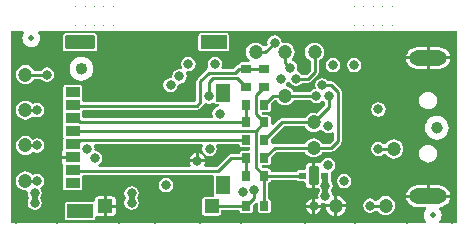
<source format=gbl>
%FSLAX24Y24*%
%MOIN*%
G70*
G01*
G75*
G04 Layer_Physical_Order=4*
G04 Layer_Color=65280*
%ADD10C,0.0060*%
%ADD11C,0.0197*%
G04:AMPARAMS|DCode=12|XSize=55.1mil|YSize=39.4mil|CornerRadius=3mil|HoleSize=0mil|Usage=FLASHONLY|Rotation=0.000|XOffset=0mil|YOffset=0mil|HoleType=Round|Shape=RoundedRectangle|*
%AMROUNDEDRECTD12*
21,1,0.0551,0.0335,0,0,0.0*
21,1,0.0492,0.0394,0,0,0.0*
1,1,0.0059,0.0246,-0.0167*
1,1,0.0059,-0.0246,-0.0167*
1,1,0.0059,-0.0246,0.0167*
1,1,0.0059,0.0246,0.0167*
%
%ADD12ROUNDEDRECTD12*%
G04:AMPARAMS|DCode=13|XSize=31.5mil|YSize=23.6mil|CornerRadius=1.2mil|HoleSize=0mil|Usage=FLASHONLY|Rotation=90.000|XOffset=0mil|YOffset=0mil|HoleType=Round|Shape=RoundedRectangle|*
%AMROUNDEDRECTD13*
21,1,0.0315,0.0213,0,0,90.0*
21,1,0.0291,0.0236,0,0,90.0*
1,1,0.0024,0.0106,0.0146*
1,1,0.0024,0.0106,-0.0146*
1,1,0.0024,-0.0106,-0.0146*
1,1,0.0024,-0.0106,0.0146*
%
%ADD13ROUNDEDRECTD13*%
G04:AMPARAMS|DCode=14|XSize=19.7mil|YSize=19.7mil|CornerRadius=1mil|HoleSize=0mil|Usage=FLASHONLY|Rotation=90.000|XOffset=0mil|YOffset=0mil|HoleType=Round|Shape=RoundedRectangle|*
%AMROUNDEDRECTD14*
21,1,0.0197,0.0177,0,0,90.0*
21,1,0.0177,0.0197,0,0,90.0*
1,1,0.0020,0.0089,0.0089*
1,1,0.0020,0.0089,-0.0089*
1,1,0.0020,-0.0089,-0.0089*
1,1,0.0020,-0.0089,0.0089*
%
%ADD14ROUNDEDRECTD14*%
G04:AMPARAMS|DCode=15|XSize=19.7mil|YSize=19.7mil|CornerRadius=1mil|HoleSize=0mil|Usage=FLASHONLY|Rotation=180.000|XOffset=0mil|YOffset=0mil|HoleType=Round|Shape=RoundedRectangle|*
%AMROUNDEDRECTD15*
21,1,0.0197,0.0177,0,0,180.0*
21,1,0.0177,0.0197,0,0,180.0*
1,1,0.0020,-0.0089,0.0089*
1,1,0.0020,0.0089,0.0089*
1,1,0.0020,0.0089,-0.0089*
1,1,0.0020,-0.0089,-0.0089*
%
%ADD15ROUNDEDRECTD15*%
G04:AMPARAMS|DCode=16|XSize=15.7mil|YSize=19.7mil|CornerRadius=0mil|HoleSize=0mil|Usage=FLASHONLY|Rotation=90.000|XOffset=0mil|YOffset=0mil|HoleType=Round|Shape=Octagon|*
%AMOCTAGOND16*
4,1,8,-0.0098,-0.0039,-0.0098,0.0039,-0.0059,0.0079,0.0059,0.0079,0.0098,0.0039,0.0098,-0.0039,0.0059,-0.0079,-0.0059,-0.0079,-0.0098,-0.0039,0.0*
%
%ADD16OCTAGOND16*%

G04:AMPARAMS|DCode=17|XSize=31.5mil|YSize=23.6mil|CornerRadius=1.2mil|HoleSize=0mil|Usage=FLASHONLY|Rotation=0.000|XOffset=0mil|YOffset=0mil|HoleType=Round|Shape=RoundedRectangle|*
%AMROUNDEDRECTD17*
21,1,0.0315,0.0213,0,0,0.0*
21,1,0.0291,0.0236,0,0,0.0*
1,1,0.0024,0.0146,-0.0106*
1,1,0.0024,-0.0146,-0.0106*
1,1,0.0024,-0.0146,0.0106*
1,1,0.0024,0.0146,0.0106*
%
%ADD17ROUNDEDRECTD17*%
G04:AMPARAMS|DCode=18|XSize=15.7mil|YSize=19.7mil|CornerRadius=0mil|HoleSize=0mil|Usage=FLASHONLY|Rotation=0.000|XOffset=0mil|YOffset=0mil|HoleType=Round|Shape=Octagon|*
%AMOCTAGOND18*
4,1,8,-0.0039,0.0098,0.0039,0.0098,0.0079,0.0059,0.0079,-0.0059,0.0039,-0.0098,-0.0039,-0.0098,-0.0079,-0.0059,-0.0079,0.0059,-0.0039,0.0098,0.0*
%
%ADD18OCTAGOND18*%

G04:AMPARAMS|DCode=19|XSize=13.8mil|YSize=33.5mil|CornerRadius=0.7mil|HoleSize=0mil|Usage=FLASHONLY|Rotation=270.000|XOffset=0mil|YOffset=0mil|HoleType=Round|Shape=RoundedRectangle|*
%AMROUNDEDRECTD19*
21,1,0.0138,0.0321,0,0,270.0*
21,1,0.0124,0.0335,0,0,270.0*
1,1,0.0014,-0.0160,-0.0062*
1,1,0.0014,-0.0160,0.0062*
1,1,0.0014,0.0160,0.0062*
1,1,0.0014,0.0160,-0.0062*
%
%ADD19ROUNDEDRECTD19*%
G04:AMPARAMS|DCode=20|XSize=25.6mil|YSize=39.4mil|CornerRadius=2.6mil|HoleSize=0mil|Usage=FLASHONLY|Rotation=90.000|XOffset=0mil|YOffset=0mil|HoleType=Round|Shape=RoundedRectangle|*
%AMROUNDEDRECTD20*
21,1,0.0256,0.0343,0,0,90.0*
21,1,0.0205,0.0394,0,0,90.0*
1,1,0.0051,0.0171,0.0102*
1,1,0.0051,0.0171,-0.0102*
1,1,0.0051,-0.0171,-0.0102*
1,1,0.0051,-0.0171,0.0102*
%
%ADD20ROUNDEDRECTD20*%
G04:AMPARAMS|DCode=21|XSize=196.9mil|YSize=196.9mil|CornerRadius=9.8mil|HoleSize=0mil|Usage=FLASHONLY|Rotation=90.000|XOffset=0mil|YOffset=0mil|HoleType=Round|Shape=RoundedRectangle|*
%AMROUNDEDRECTD21*
21,1,0.1969,0.1772,0,0,90.0*
21,1,0.1772,0.1969,0,0,90.0*
1,1,0.0197,0.0886,0.0886*
1,1,0.0197,0.0886,-0.0886*
1,1,0.0197,-0.0886,-0.0886*
1,1,0.0197,-0.0886,0.0886*
%
%ADD21ROUNDEDRECTD21*%
G04:AMPARAMS|DCode=22|XSize=47.2mil|YSize=11.8mil|CornerRadius=5.9mil|HoleSize=0mil|Usage=FLASHONLY|Rotation=90.000|XOffset=0mil|YOffset=0mil|HoleType=Round|Shape=RoundedRectangle|*
%AMROUNDEDRECTD22*
21,1,0.0472,0.0000,0,0,90.0*
21,1,0.0354,0.0118,0,0,90.0*
1,1,0.0118,0.0000,0.0177*
1,1,0.0118,0.0000,-0.0177*
1,1,0.0118,0.0000,-0.0177*
1,1,0.0118,0.0000,0.0177*
%
%ADD22ROUNDEDRECTD22*%
G04:AMPARAMS|DCode=23|XSize=47.2mil|YSize=11.8mil|CornerRadius=5.9mil|HoleSize=0mil|Usage=FLASHONLY|Rotation=0.000|XOffset=0mil|YOffset=0mil|HoleType=Round|Shape=RoundedRectangle|*
%AMROUNDEDRECTD23*
21,1,0.0472,0.0000,0,0,0.0*
21,1,0.0354,0.0118,0,0,0.0*
1,1,0.0118,0.0177,0.0000*
1,1,0.0118,-0.0177,0.0000*
1,1,0.0118,-0.0177,0.0000*
1,1,0.0118,0.0177,0.0000*
%
%ADD23ROUNDEDRECTD23*%
G04:AMPARAMS|DCode=24|XSize=39mil|YSize=11.8mil|CornerRadius=0.9mil|HoleSize=0mil|Usage=FLASHONLY|Rotation=180.000|XOffset=0mil|YOffset=0mil|HoleType=Round|Shape=RoundedRectangle|*
%AMROUNDEDRECTD24*
21,1,0.0390,0.0100,0,0,180.0*
21,1,0.0372,0.0118,0,0,180.0*
1,1,0.0018,-0.0186,0.0050*
1,1,0.0018,0.0186,0.0050*
1,1,0.0018,0.0186,-0.0050*
1,1,0.0018,-0.0186,-0.0050*
%
%ADD24ROUNDEDRECTD24*%
G04:AMPARAMS|DCode=25|XSize=31.5mil|YSize=29.5mil|CornerRadius=3mil|HoleSize=0mil|Usage=FLASHONLY|Rotation=180.000|XOffset=0mil|YOffset=0mil|HoleType=Round|Shape=RoundedRectangle|*
%AMROUNDEDRECTD25*
21,1,0.0315,0.0236,0,0,180.0*
21,1,0.0256,0.0295,0,0,180.0*
1,1,0.0059,-0.0128,0.0118*
1,1,0.0059,0.0128,0.0118*
1,1,0.0059,0.0128,-0.0118*
1,1,0.0059,-0.0128,-0.0118*
%
%ADD25ROUNDEDRECTD25*%
G04:AMPARAMS|DCode=26|XSize=31.5mil|YSize=29.5mil|CornerRadius=3mil|HoleSize=0mil|Usage=FLASHONLY|Rotation=270.000|XOffset=0mil|YOffset=0mil|HoleType=Round|Shape=RoundedRectangle|*
%AMROUNDEDRECTD26*
21,1,0.0315,0.0236,0,0,270.0*
21,1,0.0256,0.0295,0,0,270.0*
1,1,0.0059,-0.0118,-0.0128*
1,1,0.0059,-0.0118,0.0128*
1,1,0.0059,0.0118,0.0128*
1,1,0.0059,0.0118,-0.0128*
%
%ADD26ROUNDEDRECTD26*%
G04:AMPARAMS|DCode=27|XSize=31.5mil|YSize=31.5mil|CornerRadius=3.2mil|HoleSize=0mil|Usage=FLASHONLY|Rotation=180.000|XOffset=0mil|YOffset=0mil|HoleType=Round|Shape=RoundedRectangle|*
%AMROUNDEDRECTD27*
21,1,0.0315,0.0252,0,0,180.0*
21,1,0.0252,0.0315,0,0,180.0*
1,1,0.0063,-0.0126,0.0126*
1,1,0.0063,0.0126,0.0126*
1,1,0.0063,0.0126,-0.0126*
1,1,0.0063,-0.0126,-0.0126*
%
%ADD27ROUNDEDRECTD27*%
G04:AMPARAMS|DCode=28|XSize=31.5mil|YSize=31.5mil|CornerRadius=3.2mil|HoleSize=0mil|Usage=FLASHONLY|Rotation=90.000|XOffset=0mil|YOffset=0mil|HoleType=Round|Shape=RoundedRectangle|*
%AMROUNDEDRECTD28*
21,1,0.0315,0.0252,0,0,90.0*
21,1,0.0252,0.0315,0,0,90.0*
1,1,0.0063,0.0126,0.0126*
1,1,0.0063,0.0126,-0.0126*
1,1,0.0063,-0.0126,-0.0126*
1,1,0.0063,-0.0126,0.0126*
%
%ADD28ROUNDEDRECTD28*%
G04:AMPARAMS|DCode=29|XSize=47.2mil|YSize=78.7mil|CornerRadius=3.5mil|HoleSize=0mil|Usage=FLASHONLY|Rotation=90.000|XOffset=0mil|YOffset=0mil|HoleType=Round|Shape=RoundedRectangle|*
%AMROUNDEDRECTD29*
21,1,0.0472,0.0717,0,0,90.0*
21,1,0.0402,0.0787,0,0,90.0*
1,1,0.0071,0.0358,0.0201*
1,1,0.0071,0.0358,-0.0201*
1,1,0.0071,-0.0358,-0.0201*
1,1,0.0071,-0.0358,0.0201*
%
%ADD29ROUNDEDRECTD29*%
G04:AMPARAMS|DCode=30|XSize=47.2mil|YSize=78.7mil|CornerRadius=0mil|HoleSize=0mil|Usage=FLASHONLY|Rotation=90.000|XOffset=0mil|YOffset=0mil|HoleType=Round|Shape=RoundedRectangle|*
%AMROUNDEDRECTD30*
21,1,0.0472,0.0787,0,0,90.0*
21,1,0.0472,0.0787,0,0,90.0*
1,1,0.0000,0.0394,0.0236*
1,1,0.0000,0.0394,-0.0236*
1,1,0.0000,-0.0394,-0.0236*
1,1,0.0000,-0.0394,0.0236*
%
%ADD30ROUNDEDRECTD30*%
G04:AMPARAMS|DCode=31|XSize=39.4mil|YSize=59.1mil|CornerRadius=3mil|HoleSize=0mil|Usage=FLASHONLY|Rotation=0.000|XOffset=0mil|YOffset=0mil|HoleType=Round|Shape=RoundedRectangle|*
%AMROUNDEDRECTD31*
21,1,0.0394,0.0532,0,0,0.0*
21,1,0.0335,0.0591,0,0,0.0*
1,1,0.0059,0.0167,-0.0266*
1,1,0.0059,-0.0167,-0.0266*
1,1,0.0059,-0.0167,0.0266*
1,1,0.0059,0.0167,0.0266*
%
%ADD31ROUNDEDRECTD31*%
%ADD32C,0.0080*%
%ADD33C,0.0100*%
G04:AMPARAMS|DCode=34|XSize=3.9mil|YSize=3.9mil|CornerRadius=0.3mil|HoleSize=0mil|Usage=FLASHONLY|Rotation=0.000|XOffset=0mil|YOffset=0mil|HoleType=Round|Shape=RoundedRectangle|*
%AMROUNDEDRECTD34*
21,1,0.0039,0.0033,0,0,0.0*
21,1,0.0033,0.0039,0,0,0.0*
1,1,0.0006,0.0017,-0.0017*
1,1,0.0006,-0.0017,-0.0017*
1,1,0.0006,-0.0017,0.0017*
1,1,0.0006,0.0017,0.0017*
%
%ADD34ROUNDEDRECTD34*%
%ADD35C,0.0197*%
%ADD36C,0.0315*%
%ADD37C,0.0039*%
%ADD38O,0.1260X0.0512*%
%ADD39C,0.0472*%
G04:AMPARAMS|DCode=40|XSize=45.3mil|YSize=86.6mil|CornerRadius=1.1mil|HoleSize=0mil|Usage=FLASHONLY|Rotation=270.000|XOffset=0mil|YOffset=0mil|HoleType=Round|Shape=RoundedRectangle|*
%AMROUNDEDRECTD40*
21,1,0.0453,0.0843,0,0,270.0*
21,1,0.0430,0.0866,0,0,270.0*
1,1,0.0023,-0.0422,-0.0215*
1,1,0.0023,-0.0422,0.0215*
1,1,0.0023,0.0422,0.0215*
1,1,0.0023,0.0422,-0.0215*
%
%ADD40ROUNDEDRECTD40*%
G04:AMPARAMS|DCode=41|XSize=45.3mil|YSize=98.4mil|CornerRadius=1.1mil|HoleSize=0mil|Usage=FLASHONLY|Rotation=270.000|XOffset=0mil|YOffset=0mil|HoleType=Round|Shape=RoundedRectangle|*
%AMROUNDEDRECTD41*
21,1,0.0453,0.0962,0,0,270.0*
21,1,0.0430,0.0984,0,0,270.0*
1,1,0.0023,-0.0481,-0.0215*
1,1,0.0023,-0.0481,0.0215*
1,1,0.0023,0.0481,0.0215*
1,1,0.0023,0.0481,-0.0215*
%
%ADD41ROUNDEDRECTD41*%
G04:AMPARAMS|DCode=42|XSize=31.5mil|YSize=48.8mil|CornerRadius=0.8mil|HoleSize=0mil|Usage=FLASHONLY|Rotation=270.000|XOffset=0mil|YOffset=0mil|HoleType=Round|Shape=RoundedRectangle|*
%AMROUNDEDRECTD42*
21,1,0.0315,0.0472,0,0,270.0*
21,1,0.0299,0.0488,0,0,270.0*
1,1,0.0016,-0.0236,-0.0150*
1,1,0.0016,-0.0236,0.0150*
1,1,0.0016,0.0236,0.0150*
1,1,0.0016,0.0236,-0.0150*
%
%ADD42ROUNDEDRECTD42*%
G04:AMPARAMS|DCode=43|XSize=59.1mil|YSize=45.3mil|CornerRadius=1.1mil|HoleSize=0mil|Usage=FLASHONLY|Rotation=270.000|XOffset=0mil|YOffset=0mil|HoleType=Round|Shape=RoundedRectangle|*
%AMROUNDEDRECTD43*
21,1,0.0591,0.0430,0,0,270.0*
21,1,0.0568,0.0453,0,0,270.0*
1,1,0.0023,-0.0215,-0.0284*
1,1,0.0023,-0.0215,0.0284*
1,1,0.0023,0.0215,0.0284*
1,1,0.0023,0.0215,-0.0284*
%
%ADD43ROUNDEDRECTD43*%
G04:AMPARAMS|DCode=44|XSize=45.7mil|YSize=47.2mil|CornerRadius=1.1mil|HoleSize=0mil|Usage=FLASHONLY|Rotation=270.000|XOffset=0mil|YOffset=0mil|HoleType=Round|Shape=RoundedRectangle|*
%AMROUNDEDRECTD44*
21,1,0.0457,0.0450,0,0,270.0*
21,1,0.0434,0.0472,0,0,270.0*
1,1,0.0023,-0.0225,-0.0217*
1,1,0.0023,-0.0225,0.0217*
1,1,0.0023,0.0225,0.0217*
1,1,0.0023,0.0225,-0.0217*
%
%ADD44ROUNDEDRECTD44*%
G36*
X14980Y120D02*
X14417D01*
X14396Y160D01*
X14389Y190D01*
X14431Y245D01*
X14461Y317D01*
X14471Y394D01*
X14461Y471D01*
X14431Y543D01*
X14389Y598D01*
X14389Y617D01*
X14412Y671D01*
X14483Y680D01*
X14569Y716D01*
X14644Y773D01*
X14701Y847D01*
X14737Y934D01*
X14742Y977D01*
X13289D01*
X13295Y934D01*
X13331Y847D01*
X13388Y773D01*
X13462Y716D01*
X13549Y680D01*
X13642Y668D01*
X13931D01*
X13952Y625D01*
X13958Y598D01*
X13915Y543D01*
X13886Y471D01*
X13875Y394D01*
X13886Y317D01*
X13915Y245D01*
X13957Y190D01*
X13950Y160D01*
X13929Y120D01*
X120D01*
Y6540D01*
X511D01*
X546Y6470D01*
X529Y6448D01*
X500Y6376D01*
X490Y6299D01*
X500Y6222D01*
X529Y6150D01*
X577Y6089D01*
X638Y6041D01*
X710Y6012D01*
X787Y6001D01*
X864Y6012D01*
X936Y6041D01*
X998Y6089D01*
X1045Y6150D01*
X1075Y6222D01*
X1085Y6299D01*
X1075Y6376D01*
X1045Y6448D01*
X1029Y6470D01*
X1063Y6540D01*
X14980D01*
Y120D01*
D02*
G37*
%LPC*%
G36*
X13966Y1386D02*
X13642D01*
X13549Y1374D01*
X13462Y1338D01*
X13388Y1281D01*
X13331Y1206D01*
X13295Y1120D01*
X13289Y1077D01*
X13966D01*
Y1386D01*
D02*
G37*
G36*
X14390D02*
X14066D01*
Y1077D01*
X14742D01*
X14737Y1120D01*
X14701Y1206D01*
X14644Y1281D01*
X14569Y1338D01*
X14483Y1374D01*
X14390Y1386D01*
D02*
G37*
G36*
X3210Y1021D02*
X3035D01*
X2992Y1013D01*
X2955Y988D01*
X2930Y951D01*
X2921Y908D01*
Y883D01*
X2906Y868D01*
X2851Y837D01*
X2835Y840D01*
X1992D01*
X1956Y833D01*
X1927Y813D01*
X1907Y784D01*
X1900Y749D01*
Y318D01*
X1907Y283D01*
X1927Y253D01*
X1956Y234D01*
X1992Y227D01*
X2835D01*
X2870Y234D01*
X2900Y253D01*
X2920Y283D01*
X2927Y318D01*
Y328D01*
X2989Y367D01*
X2997Y368D01*
X3035Y360D01*
X3210D01*
Y691D01*
Y1021D01*
D02*
G37*
G36*
X12598Y1026D02*
X12516Y1016D01*
X12440Y984D01*
X12374Y933D01*
X12337Y885D01*
X12267Y877D01*
X12261Y878D01*
X12253Y881D01*
X12179Y931D01*
X12087Y950D01*
X11994Y931D01*
X11916Y879D01*
X11864Y801D01*
X11846Y709D01*
X11864Y616D01*
X11916Y538D01*
X11994Y486D01*
X12087Y468D01*
X12179Y486D01*
X12253Y536D01*
X12261Y539D01*
X12267Y540D01*
X12337Y532D01*
X12374Y484D01*
X12440Y434D01*
X12516Y402D01*
X12598Y391D01*
X12681Y402D01*
X12757Y434D01*
X12823Y484D01*
X12874Y550D01*
X12905Y626D01*
X12916Y709D01*
X12905Y791D01*
X12874Y868D01*
X12823Y933D01*
X12757Y984D01*
X12681Y1016D01*
X12598Y1026D01*
D02*
G37*
G36*
X5276Y1638D02*
X5183Y1620D01*
X5105Y1568D01*
X5053Y1490D01*
X5035Y1398D01*
X5053Y1305D01*
X5105Y1227D01*
X5183Y1175D01*
X5276Y1157D01*
X5368Y1175D01*
X5446Y1227D01*
X5498Y1305D01*
X5516Y1398D01*
X5498Y1490D01*
X5446Y1568D01*
X5368Y1620D01*
X5276Y1638D01*
D02*
G37*
G36*
X591Y3034D02*
X508Y3023D01*
X432Y2992D01*
X366Y2941D01*
X315Y2875D01*
X284Y2799D01*
X273Y2717D01*
X284Y2634D01*
X315Y2558D01*
X366Y2492D01*
X432Y2441D01*
X508Y2410D01*
X591Y2399D01*
X673Y2410D01*
X749Y2441D01*
X815Y2492D01*
X842Y2527D01*
X892Y2494D01*
X984Y2476D01*
X1076Y2494D01*
X1155Y2546D01*
X1207Y2624D01*
X1225Y2717D01*
X1207Y2809D01*
X1155Y2887D01*
X1076Y2939D01*
X984Y2957D01*
X892Y2939D01*
X842Y2906D01*
X815Y2941D01*
X749Y2992D01*
X673Y3023D01*
X591Y3034D01*
D02*
G37*
G36*
X12874Y2916D02*
X12792Y2905D01*
X12715Y2874D01*
X12649Y2823D01*
X12613Y2775D01*
X12543Y2767D01*
X12536Y2768D01*
X12529Y2771D01*
X12454Y2821D01*
X12362Y2839D01*
X12270Y2821D01*
X12192Y2769D01*
X12140Y2691D01*
X12121Y2598D01*
X12140Y2506D01*
X12192Y2428D01*
X12270Y2376D01*
X12362Y2358D01*
X12454Y2376D01*
X12529Y2426D01*
X12536Y2429D01*
X12543Y2430D01*
X12613Y2422D01*
X12649Y2374D01*
X12715Y2323D01*
X12792Y2292D01*
X12874Y2281D01*
X12956Y2292D01*
X13033Y2323D01*
X13099Y2374D01*
X13149Y2440D01*
X13181Y2516D01*
X13192Y2598D01*
X13181Y2681D01*
X13149Y2757D01*
X13099Y2823D01*
X13033Y2874D01*
X12956Y2905D01*
X12874Y2916D01*
D02*
G37*
G36*
X11220Y1776D02*
X11128Y1758D01*
X11050Y1706D01*
X10998Y1628D01*
X10980Y1535D01*
X10998Y1443D01*
X11050Y1365D01*
X11128Y1313D01*
X11220Y1295D01*
X11313Y1313D01*
X11391Y1365D01*
X11443Y1443D01*
X11461Y1535D01*
X11443Y1628D01*
X11391Y1706D01*
X11313Y1758D01*
X11220Y1776D01*
D02*
G37*
G36*
X14016Y2742D02*
X13939Y2732D01*
X13867Y2702D01*
X13805Y2655D01*
X13758Y2593D01*
X13728Y2521D01*
X13718Y2444D01*
X13728Y2367D01*
X13758Y2295D01*
X13805Y2234D01*
X13867Y2186D01*
X13939Y2157D01*
X14016Y2146D01*
X14093Y2157D01*
X14165Y2186D01*
X14226Y2234D01*
X14274Y2295D01*
X14303Y2367D01*
X14314Y2444D01*
X14303Y2521D01*
X14274Y2593D01*
X14226Y2655D01*
X14165Y2702D01*
X14093Y2732D01*
X14016Y2742D01*
D02*
G37*
G36*
X10995Y1041D02*
Y759D01*
X11277D01*
X11272Y796D01*
X11239Y878D01*
X11185Y948D01*
X11114Y1002D01*
X11033Y1036D01*
X10995Y1041D01*
D02*
G37*
G36*
X11277Y659D02*
X10995D01*
Y376D01*
X11033Y381D01*
X11114Y415D01*
X11185Y469D01*
X11239Y539D01*
X11272Y621D01*
X11277Y659D01*
D02*
G37*
G36*
X10147Y639D02*
X9944D01*
X9946Y622D01*
X9972Y559D01*
X10013Y505D01*
X10067Y464D01*
X10130Y438D01*
X10147Y436D01*
Y639D01*
D02*
G37*
G36*
X3598Y641D02*
X3310D01*
Y360D01*
X3485D01*
X3528Y369D01*
X3565Y394D01*
X3590Y431D01*
X3598Y474D01*
Y641D01*
D02*
G37*
G36*
X10895Y659D02*
X10612D01*
X10617Y621D01*
X10651Y539D01*
X10705Y469D01*
X10775Y415D01*
X10857Y381D01*
X10895Y376D01*
Y659D01*
D02*
G37*
G36*
X10450Y639D02*
X10247D01*
Y436D01*
X10264Y438D01*
X10327Y464D01*
X10380Y505D01*
X10422Y559D01*
X10448Y622D01*
X10450Y639D01*
D02*
G37*
G36*
X10147Y942D02*
X10130Y940D01*
X10067Y914D01*
X10013Y873D01*
X9972Y819D01*
X9946Y756D01*
X9944Y739D01*
X10147D01*
Y942D01*
D02*
G37*
G36*
X3485Y1021D02*
X3310D01*
Y741D01*
X3598D01*
Y908D01*
X3590Y951D01*
X3565Y988D01*
X3528Y1013D01*
X3485Y1021D01*
D02*
G37*
G36*
X591Y1853D02*
X508Y1842D01*
X432Y1811D01*
X366Y1760D01*
X315Y1694D01*
X284Y1618D01*
X273Y1535D01*
X284Y1453D01*
X315Y1377D01*
X366Y1311D01*
X432Y1260D01*
X508Y1229D01*
X591Y1218D01*
X613Y1221D01*
X672Y1158D01*
X665Y1122D01*
X683Y1030D01*
X725Y967D01*
Y962D01*
X683Y899D01*
X665Y807D01*
X683Y715D01*
X735Y637D01*
X813Y585D01*
X906Y566D01*
X998Y585D01*
X1076Y637D01*
X1128Y715D01*
X1146Y807D01*
X1128Y899D01*
X1086Y962D01*
Y967D01*
X1128Y1030D01*
X1146Y1122D01*
X1128Y1214D01*
X1102Y1253D01*
X1082Y1300D01*
X1120Y1342D01*
X1155Y1365D01*
X1207Y1443D01*
X1225Y1535D01*
X1207Y1628D01*
X1155Y1706D01*
X1076Y1758D01*
X984Y1776D01*
X892Y1758D01*
X842Y1725D01*
X815Y1760D01*
X749Y1811D01*
X673Y1842D01*
X591Y1853D01*
D02*
G37*
G36*
X4134Y1363D02*
X4042Y1345D01*
X3964Y1292D01*
X3911Y1214D01*
X3893Y1122D01*
X3911Y1030D01*
X3953Y967D01*
Y962D01*
X3911Y899D01*
X3893Y807D01*
X3911Y715D01*
X3964Y637D01*
X4042Y585D01*
X4134Y566D01*
X4226Y585D01*
X4304Y637D01*
X4356Y715D01*
X4375Y807D01*
X4356Y899D01*
X4314Y962D01*
Y967D01*
X4356Y1030D01*
X4375Y1122D01*
X4356Y1214D01*
X4304Y1292D01*
X4226Y1345D01*
X4134Y1363D01*
D02*
G37*
G36*
X6024Y5674D02*
X5931Y5656D01*
X5853Y5603D01*
X5801Y5525D01*
X5783Y5433D01*
X5801Y5341D01*
X5819Y5314D01*
X5777Y5251D01*
X5728Y5261D01*
X5636Y5242D01*
X5558Y5190D01*
X5506Y5112D01*
X5489Y5026D01*
X5480Y5005D01*
X5448Y4973D01*
X5427Y4964D01*
X5341Y4947D01*
X5263Y4895D01*
X5211Y4817D01*
X5192Y4724D01*
X5211Y4632D01*
X5263Y4554D01*
X5341Y4502D01*
X5433Y4484D01*
X5525Y4502D01*
X5603Y4554D01*
X5656Y4632D01*
X5673Y4719D01*
X5682Y4739D01*
X5713Y4771D01*
X5734Y4780D01*
X5821Y4797D01*
X5899Y4849D01*
X5951Y4928D01*
X5969Y5020D01*
X5951Y5112D01*
X5933Y5139D01*
X5975Y5202D01*
X6024Y5192D01*
X6116Y5211D01*
X6194Y5263D01*
X6246Y5341D01*
X6264Y5433D01*
X6246Y5525D01*
X6194Y5603D01*
X6116Y5656D01*
X6024Y5674D01*
D02*
G37*
G36*
X13966Y5583D02*
X13289D01*
X13295Y5540D01*
X13331Y5454D01*
X13388Y5379D01*
X13462Y5322D01*
X13549Y5286D01*
X13642Y5274D01*
X13966D01*
Y5583D01*
D02*
G37*
G36*
X11555Y5635D02*
X11463Y5616D01*
X11385Y5564D01*
X11333Y5486D01*
X11314Y5394D01*
X11333Y5302D01*
X11385Y5223D01*
X11463Y5171D01*
X11555Y5153D01*
X11647Y5171D01*
X11725Y5223D01*
X11778Y5302D01*
X11796Y5394D01*
X11778Y5486D01*
X11725Y5564D01*
X11647Y5616D01*
X11555Y5635D01*
D02*
G37*
G36*
X2461Y5673D02*
X2358Y5659D01*
X2262Y5619D01*
X2180Y5556D01*
X2117Y5474D01*
X2077Y5378D01*
X2064Y5276D01*
X2077Y5173D01*
X2117Y5077D01*
X2180Y4995D01*
X2262Y4932D01*
X2358Y4892D01*
X2461Y4878D01*
X2563Y4892D01*
X2659Y4932D01*
X2741Y4995D01*
X2805Y5077D01*
X2844Y5173D01*
X2858Y5276D01*
X2844Y5378D01*
X2805Y5474D01*
X2741Y5556D01*
X2659Y5619D01*
X2563Y5659D01*
X2461Y5673D01*
D02*
G37*
G36*
X10846Y5635D02*
X10754Y5616D01*
X10676Y5564D01*
X10624Y5486D01*
X10606Y5394D01*
X10624Y5302D01*
X10676Y5223D01*
X10754Y5171D01*
X10846Y5153D01*
X10939Y5171D01*
X11017Y5223D01*
X11069Y5302D01*
X11087Y5394D01*
X11069Y5486D01*
X11017Y5564D01*
X10939Y5616D01*
X10846Y5635D01*
D02*
G37*
G36*
X14742Y5583D02*
X14066D01*
Y5274D01*
X14390D01*
X14483Y5286D01*
X14569Y5322D01*
X14644Y5379D01*
X14701Y5454D01*
X14737Y5540D01*
X14742Y5583D01*
D02*
G37*
G36*
X2894Y6466D02*
X1933D01*
X1897Y6459D01*
X1868Y6439D01*
X1848Y6410D01*
X1841Y6375D01*
Y5944D01*
X1848Y5909D01*
X1868Y5879D01*
X1897Y5860D01*
X1933Y5853D01*
X2894D01*
X2929Y5860D01*
X2959Y5879D01*
X2979Y5909D01*
X2986Y5944D01*
Y6375D01*
X2979Y6410D01*
X2959Y6439D01*
X2929Y6459D01*
X2894Y6466D01*
D02*
G37*
G36*
X8898Y6383D02*
X8805Y6364D01*
X8727Y6312D01*
X8675Y6234D01*
X8657Y6142D01*
X8666Y6096D01*
X8598Y6028D01*
X8506Y6034D01*
X8492Y6051D01*
X8427Y6102D01*
X8350Y6134D01*
X8268Y6144D01*
X8185Y6134D01*
X8109Y6102D01*
X8043Y6051D01*
X7993Y5986D01*
X7961Y5909D01*
X7950Y5827D01*
X7961Y5745D01*
X7993Y5668D01*
X8043Y5602D01*
X8080Y5574D01*
X8056Y5504D01*
X7825D01*
X7783Y5496D01*
X7747Y5472D01*
X7723Y5436D01*
X7717Y5407D01*
X7717D01*
X7666Y5397D01*
X7624Y5368D01*
X7524Y5269D01*
X7158D01*
X7125Y5331D01*
X7132Y5341D01*
X7150Y5433D01*
X7132Y5525D01*
X7080Y5603D01*
X7002Y5656D01*
X6909Y5674D01*
X6817Y5656D01*
X6739Y5603D01*
X6687Y5525D01*
X6669Y5433D01*
X6687Y5341D01*
X6690Y5336D01*
X6663Y5260D01*
X6659Y5257D01*
X6645Y5248D01*
X6620Y5231D01*
X6334Y4944D01*
X6305Y4902D01*
X6295Y4852D01*
Y4217D01*
X6250Y4172D01*
X2559D01*
X2490Y4205D01*
X2483Y4239D01*
X2483D01*
X2483Y4239D01*
X2483Y4272D01*
X2483Y4305D01*
Y4305D01*
D01*
D01*
X2490Y4339D01*
X2490Y4369D01*
Y4638D01*
X2483Y4672D01*
X2464Y4700D01*
X2435Y4719D01*
X2402Y4726D01*
X1929D01*
X1895Y4719D01*
X1867Y4700D01*
X1848Y4672D01*
X1841Y4638D01*
Y4369D01*
X1841Y4339D01*
X1848Y4305D01*
X1848D01*
X1848Y4305D01*
X1848Y4272D01*
X1848Y4239D01*
Y4239D01*
D01*
D01*
X1841Y4205D01*
X1841Y4174D01*
Y3936D01*
X1841Y3906D01*
X1848Y3872D01*
X1848D01*
X1848Y3872D01*
X1848Y3839D01*
X1848Y3805D01*
Y3805D01*
D01*
D01*
X1841Y3772D01*
X1841Y3741D01*
Y3503D01*
X1841Y3472D01*
X1848Y3439D01*
X1848D01*
X1848Y3439D01*
X1848Y3406D01*
X1848Y3372D01*
X1848Y3372D01*
X1848Y3372D01*
X1841Y3339D01*
X1841Y3308D01*
Y3039D01*
X1848Y3006D01*
X1867Y2977D01*
Y2968D01*
X1848Y2939D01*
X1841Y2906D01*
Y2606D01*
X1848Y2573D01*
X1854Y2563D01*
X1851Y2550D01*
X1828Y2515D01*
X1819Y2472D01*
Y2373D01*
X2165D01*
Y2273D01*
X1819D01*
Y2173D01*
X1828Y2131D01*
X1851Y2095D01*
X1854Y2083D01*
X1848Y2073D01*
X1841Y2039D01*
Y1771D01*
X1841Y1740D01*
X1848Y1706D01*
X1848D01*
X1848Y1706D01*
X1848Y1673D01*
X1848Y1640D01*
Y1640D01*
D01*
D01*
X1841Y1606D01*
X1841Y1575D01*
Y1307D01*
X1848Y1273D01*
X1867Y1245D01*
X1895Y1226D01*
X1929Y1219D01*
X2402D01*
X2435Y1226D01*
X2464Y1245D01*
X2483Y1273D01*
X2490Y1307D01*
Y1575D01*
X2490Y1606D01*
X2483Y1640D01*
X2483D01*
X2483Y1640D01*
X2483Y1673D01*
X2483Y1701D01*
X2487Y1708D01*
X2544Y1731D01*
X6818D01*
X6880Y1686D01*
Y1118D01*
X6887Y1082D01*
X6896Y1070D01*
X6874Y1012D01*
X6865Y1000D01*
X6578D01*
X6543Y993D01*
X6513Y973D01*
X6493Y943D01*
X6486Y908D01*
Y474D01*
X6493Y439D01*
X6513Y409D01*
X6543Y389D01*
X6578Y382D01*
X7028D01*
X7063Y389D01*
X7093Y409D01*
X7113Y439D01*
X7120Y474D01*
Y560D01*
X7725D01*
X7733Y519D01*
X7757Y483D01*
X7792Y459D01*
X7835Y451D01*
X8071D01*
X8113Y459D01*
X8149Y483D01*
X8173Y519D01*
X8181Y561D01*
Y732D01*
X8264Y815D01*
X8334Y786D01*
Y561D01*
X8343Y519D01*
X8367Y483D01*
X8403Y459D01*
X8445Y451D01*
X8681D01*
X8723Y459D01*
X8759Y483D01*
X8783Y519D01*
X8791Y561D01*
Y817D01*
X8783Y859D01*
X8759Y895D01*
X8723Y919D01*
X8694Y925D01*
Y1477D01*
X8723Y1483D01*
X8759Y1507D01*
X8783Y1542D01*
X8791Y1581D01*
X9637D01*
X9651Y1560D01*
X9680Y1541D01*
X9715Y1534D01*
X9892D01*
X9937Y1482D01*
Y1409D01*
X9946Y1366D01*
X9971Y1329D01*
X10008Y1304D01*
X10051Y1295D01*
X10147D01*
Y1516D01*
X10247D01*
Y1295D01*
X10343D01*
X10351Y1297D01*
X10368Y1286D01*
X10410Y1223D01*
Y1198D01*
X10368Y1135D01*
X10350Y1043D01*
X10364Y971D01*
X10358Y961D01*
X10317Y926D01*
X10308Y922D01*
X10264Y940D01*
X10247Y942D01*
Y739D01*
X10450D01*
X10448Y756D01*
X10440Y776D01*
X10496Y822D01*
X10498Y821D01*
X10553Y810D01*
X10591Y802D01*
X10603Y759D01*
X10895D01*
Y1042D01*
X10853Y1043D01*
X10821Y1097D01*
X10813Y1135D01*
X10771Y1198D01*
Y1223D01*
X10813Y1286D01*
X10831Y1378D01*
X10813Y1470D01*
X10771Y1533D01*
Y1713D01*
X10769Y1721D01*
Y1801D01*
X10781Y1844D01*
X10859Y1897D01*
X10911Y1975D01*
X10930Y2067D01*
X10911Y2159D01*
X10859Y2237D01*
X10781Y2289D01*
X10689Y2308D01*
X10597Y2289D01*
X10519Y2237D01*
X10466Y2159D01*
X10465Y2150D01*
X10387Y2120D01*
X10386Y2121D01*
X10343Y2130D01*
X10247D01*
Y1909D01*
X10147D01*
Y2130D01*
X10051D01*
X10008Y2121D01*
X9971Y2096D01*
X9946Y2059D01*
X9937Y2016D01*
Y1943D01*
X9892Y1892D01*
X9715D01*
X9680Y1885D01*
X9651Y1865D01*
X9637Y1844D01*
X8791D01*
X8783Y1883D01*
X8759Y1919D01*
X8723Y1943D01*
X8681Y1951D01*
X8514D01*
X8470Y2004D01*
X8495Y2065D01*
X8681D01*
X8723Y2073D01*
X8759Y2097D01*
X8783Y2133D01*
X8791Y2175D01*
Y2346D01*
X8952Y2507D01*
X9910D01*
X9922Y2479D01*
X9972Y2413D01*
X10038Y2363D01*
X10115Y2331D01*
X10197Y2320D01*
X10279Y2331D01*
X10356Y2363D01*
X10421Y2413D01*
X10472Y2479D01*
X10483Y2507D01*
X10787D01*
X10838Y2517D01*
X10880Y2545D01*
X11097Y2762D01*
X11125Y2804D01*
X11135Y2854D01*
Y4508D01*
X11125Y4558D01*
X11097Y4601D01*
X10880Y4817D01*
X10838Y4846D01*
X10787Y4856D01*
X10689D01*
X10662Y4895D01*
X10584Y4947D01*
X10492Y4965D01*
X10400Y4947D01*
X10322Y4895D01*
X10270Y4817D01*
X10251Y4724D01*
X10270Y4632D01*
X10258Y4603D01*
X10203Y4593D01*
X10125Y4540D01*
X10099Y4501D01*
X9539D01*
X9527Y4529D01*
X9477Y4595D01*
X9411Y4645D01*
X9334Y4677D01*
X9281Y4684D01*
X9264Y4757D01*
X9284Y4771D01*
X9321Y4826D01*
X9325Y4827D01*
X9396D01*
X9399Y4826D01*
X9436Y4771D01*
X9514Y4718D01*
X9606Y4700D01*
X9698Y4718D01*
X9777Y4771D01*
X9803Y4810D01*
X10020D01*
X10070Y4820D01*
X10113Y4848D01*
X10329Y5065D01*
X10357Y5107D01*
X10367Y5157D01*
Y5540D01*
X10395Y5552D01*
X10461Y5602D01*
X10511Y5668D01*
X10543Y5745D01*
X10554Y5827D01*
X10543Y5909D01*
X10511Y5986D01*
X10461Y6051D01*
X10395Y6102D01*
X10318Y6134D01*
X10236Y6144D01*
X10154Y6134D01*
X10077Y6102D01*
X10012Y6051D01*
X9961Y5986D01*
X9929Y5909D01*
X9919Y5827D01*
X9929Y5745D01*
X9961Y5668D01*
X10012Y5602D01*
X10077Y5552D01*
X10105Y5540D01*
Y5212D01*
X9965Y5072D01*
X9803D01*
X9777Y5111D01*
X9698Y5163D01*
X9679Y5167D01*
X9632Y5223D01*
X9636Y5242D01*
X9650Y5315D01*
X9632Y5407D01*
X9580Y5485D01*
X9502Y5537D01*
X9496Y5539D01*
X9484Y5612D01*
X9527Y5668D01*
X9559Y5745D01*
X9570Y5827D01*
X9559Y5909D01*
X9527Y5986D01*
X9477Y6051D01*
X9411Y6102D01*
X9334Y6134D01*
X9252Y6144D01*
X9205Y6138D01*
X9165Y6140D01*
X9128Y6192D01*
X9120Y6234D01*
X9068Y6312D01*
X8990Y6364D01*
X8898Y6383D01*
D02*
G37*
G36*
X7296Y6466D02*
X6452D01*
X6417Y6459D01*
X6387Y6439D01*
X6367Y6410D01*
X6360Y6375D01*
Y5944D01*
X6367Y5909D01*
X6387Y5879D01*
X6417Y5860D01*
X6452Y5853D01*
X7296D01*
X7331Y5860D01*
X7361Y5879D01*
X7381Y5909D01*
X7388Y5944D01*
Y6375D01*
X7381Y6410D01*
X7361Y6439D01*
X7331Y6459D01*
X7296Y6466D01*
D02*
G37*
G36*
X13966Y5992D02*
X13642D01*
X13549Y5980D01*
X13462Y5944D01*
X13388Y5887D01*
X13331Y5813D01*
X13295Y5726D01*
X13289Y5683D01*
X13966D01*
Y5992D01*
D02*
G37*
G36*
X14390D02*
X14066D01*
Y5683D01*
X14742D01*
X14737Y5726D01*
X14701Y5813D01*
X14644Y5887D01*
X14569Y5944D01*
X14483Y5980D01*
X14390Y5992D01*
D02*
G37*
G36*
X12362Y4158D02*
X12270Y4140D01*
X12192Y4088D01*
X12140Y4009D01*
X12121Y3917D01*
X12140Y3825D01*
X12192Y3747D01*
X12270Y3695D01*
X12362Y3676D01*
X12454Y3695D01*
X12533Y3747D01*
X12585Y3825D01*
X12603Y3917D01*
X12585Y4009D01*
X12533Y4088D01*
X12454Y4140D01*
X12362Y4158D01*
D02*
G37*
G36*
X591Y4215D02*
X508Y4204D01*
X432Y4173D01*
X366Y4122D01*
X315Y4056D01*
X284Y3980D01*
X273Y3898D01*
X284Y3815D01*
X315Y3739D01*
X366Y3673D01*
X432Y3623D01*
X508Y3591D01*
X591Y3580D01*
X673Y3591D01*
X749Y3623D01*
X815Y3673D01*
X842Y3708D01*
X892Y3675D01*
X984Y3657D01*
X1076Y3675D01*
X1155Y3727D01*
X1207Y3805D01*
X1225Y3898D01*
X1207Y3990D01*
X1155Y4068D01*
X1076Y4120D01*
X984Y4138D01*
X892Y4120D01*
X842Y4087D01*
X815Y4122D01*
X749Y4173D01*
X673Y4204D01*
X591Y4215D01*
D02*
G37*
G36*
X14311Y3704D02*
X14208Y3691D01*
X14112Y3651D01*
X14030Y3588D01*
X13967Y3506D01*
X13927Y3410D01*
X13914Y3307D01*
X13927Y3204D01*
X13967Y3109D01*
X14030Y3026D01*
X14112Y2963D01*
X14208Y2924D01*
X14311Y2910D01*
X14414Y2924D01*
X14510Y2963D01*
X14592Y3026D01*
X14655Y3109D01*
X14695Y3204D01*
X14708Y3307D01*
X14695Y3410D01*
X14655Y3506D01*
X14592Y3588D01*
X14510Y3651D01*
X14414Y3691D01*
X14311Y3704D01*
D02*
G37*
G36*
X14016Y4514D02*
X13939Y4503D01*
X13867Y4474D01*
X13805Y4426D01*
X13758Y4365D01*
X13728Y4293D01*
X13718Y4216D01*
X13728Y4139D01*
X13758Y4067D01*
X13805Y4005D01*
X13867Y3958D01*
X13939Y3928D01*
X14016Y3918D01*
X14093Y3928D01*
X14165Y3958D01*
X14226Y4005D01*
X14274Y4067D01*
X14303Y4139D01*
X14314Y4216D01*
X14303Y4293D01*
X14274Y4365D01*
X14226Y4426D01*
X14165Y4474D01*
X14093Y4503D01*
X14016Y4514D01*
D02*
G37*
G36*
X591Y5396D02*
X508Y5386D01*
X432Y5354D01*
X366Y5303D01*
X315Y5238D01*
X284Y5161D01*
X273Y5079D01*
X284Y4997D01*
X315Y4920D01*
X366Y4854D01*
X432Y4804D01*
X508Y4772D01*
X591Y4761D01*
X673Y4772D01*
X749Y4804D01*
X815Y4854D01*
X866Y4920D01*
X877Y4947D01*
X1123D01*
X1149Y4908D01*
X1227Y4856D01*
X1319Y4838D01*
X1411Y4856D01*
X1489Y4908D01*
X1541Y4987D01*
X1560Y5079D01*
X1541Y5171D01*
X1489Y5249D01*
X1411Y5301D01*
X1319Y5320D01*
X1227Y5301D01*
X1149Y5249D01*
X1123Y5210D01*
X877D01*
X866Y5238D01*
X815Y5303D01*
X749Y5354D01*
X673Y5386D01*
X591Y5396D01*
D02*
G37*
%LPD*%
G36*
X7733Y2724D02*
X7757Y2688D01*
X7792Y2664D01*
X7835Y2655D01*
X8071D01*
X8085Y2644D01*
Y2606D01*
X8020Y2541D01*
X7835D01*
X7792Y2533D01*
X7757Y2509D01*
X7733Y2473D01*
X7725Y2434D01*
X7461D01*
X7410Y2424D01*
X7368Y2396D01*
X6966Y1994D01*
X6570D01*
X6535Y2064D01*
X6544Y2075D01*
X6570Y2138D01*
X6572Y2155D01*
X6066D01*
X6068Y2138D01*
X6094Y2075D01*
X6102Y2064D01*
X6068Y1994D01*
X3046D01*
X3009Y2059D01*
X3010Y2064D01*
X3084Y2113D01*
X3136Y2191D01*
X3154Y2283D01*
X3136Y2376D01*
X3084Y2454D01*
X3006Y2506D01*
X2953Y2516D01*
X2896Y2587D01*
X2898Y2598D01*
X2881Y2683D01*
X2886Y2703D01*
X2912Y2753D01*
X6477D01*
X6504Y2703D01*
X6508Y2683D01*
X6491Y2598D01*
X6510Y2506D01*
X6562Y2428D01*
X6640Y2376D01*
X6732Y2358D01*
X6824Y2376D01*
X6903Y2428D01*
X6955Y2506D01*
X6973Y2598D01*
X6956Y2683D01*
X6960Y2703D01*
X6987Y2753D01*
X7727D01*
X7733Y2724D01*
D02*
G37*
G36*
X9922Y3325D02*
X9972Y3260D01*
X10038Y3209D01*
X10115Y3177D01*
X10197Y3167D01*
X10279Y3177D01*
X10356Y3209D01*
X10406Y3248D01*
X10467Y3244D01*
X10492Y3236D01*
X10519Y3196D01*
X10597Y3144D01*
X10689Y3125D01*
X10781Y3144D01*
X10803Y3158D01*
X10873Y3121D01*
Y2909D01*
X10733Y2769D01*
X10483D01*
X10472Y2797D01*
X10421Y2862D01*
X10356Y2913D01*
X10279Y2945D01*
X10197Y2955D01*
X10115Y2945D01*
X10038Y2913D01*
X9972Y2862D01*
X9922Y2797D01*
X9910Y2769D01*
X8898D01*
X8860Y2762D01*
X8814Y2787D01*
X8791Y2806D01*
Y2948D01*
X9197Y3353D01*
X9910D01*
X9922Y3325D01*
D02*
G37*
G36*
X10125Y4200D02*
X10203Y4148D01*
X10295Y4129D01*
X10387Y4148D01*
X10458Y4195D01*
X10484Y4202D01*
X10519D01*
X10577Y4171D01*
Y4050D01*
X10307Y3780D01*
X10279Y3791D01*
X10197Y3802D01*
X10115Y3791D01*
X10038Y3759D01*
X9972Y3709D01*
X9922Y3643D01*
X9910Y3616D01*
X9142D01*
X9092Y3606D01*
X9050Y3577D01*
X8861Y3389D01*
X8791Y3418D01*
Y3612D01*
X8783Y3654D01*
X8759Y3690D01*
X8723Y3714D01*
X8681Y3723D01*
X8514D01*
X8470Y3776D01*
X8495Y3836D01*
X8681D01*
X8723Y3845D01*
X8759Y3869D01*
X8783Y3905D01*
X8791Y3947D01*
Y4118D01*
X8901Y4227D01*
X8974Y4218D01*
X8977Y4211D01*
X9027Y4145D01*
X9093Y4095D01*
X9170Y4063D01*
X9252Y4052D01*
X9334Y4063D01*
X9411Y4095D01*
X9477Y4145D01*
X9527Y4211D01*
X9539Y4239D01*
X10099D01*
X10125Y4200D01*
D02*
G37*
G36*
X6907Y4116D02*
X6937Y4096D01*
X6972Y4089D01*
X7052D01*
X7059Y4019D01*
X6975Y4002D01*
X6897Y3950D01*
X6844Y3872D01*
X6826Y3780D01*
X6844Y3687D01*
X6851Y3677D01*
X6818Y3616D01*
X2539D01*
X2490Y3665D01*
Y3741D01*
X2490Y3772D01*
X2483Y3805D01*
X2483D01*
X2483Y3805D01*
X2483Y3839D01*
X2483Y3872D01*
X2536Y3909D01*
X6304D01*
X6355Y3919D01*
X6397Y3948D01*
X6519Y4070D01*
X6538Y4099D01*
X6580Y4119D01*
X6620Y4128D01*
X6622Y4128D01*
X6713Y4110D01*
X6805Y4128D01*
X6822Y4140D01*
X6907Y4116D01*
D02*
G37*
%LPC*%
G36*
X6269Y2458D02*
X6252Y2456D01*
X6189Y2430D01*
X6135Y2388D01*
X6094Y2335D01*
X6068Y2272D01*
X6066Y2255D01*
X6269D01*
Y2458D01*
D02*
G37*
G36*
X6369D02*
Y2255D01*
X6572D01*
X6570Y2272D01*
X6544Y2335D01*
X6503Y2388D01*
X6449Y2430D01*
X6386Y2456D01*
X6369Y2458D01*
D02*
G37*
%LPD*%
D11*
X2559Y5276D02*
G03*
X2559Y5276I-98J0D01*
G01*
X14409Y3307D02*
G03*
X14409Y3307I-98J0D01*
G01*
X10591Y1378D02*
Y1713D01*
X10532D02*
X10591D01*
Y1043D02*
Y1378D01*
X4134Y807D02*
Y1122D01*
X906Y807D02*
Y1122D01*
D14*
X9803Y1713D02*
D03*
D15*
X10591D02*
D03*
D17*
X10197D02*
D03*
Y1516D02*
D03*
Y1909D02*
D03*
D18*
X10512Y1713D02*
D03*
X9882D02*
D03*
D25*
X7953Y4665D02*
D03*
Y5276D02*
D03*
X8563Y4665D02*
D03*
Y5276D02*
D03*
D26*
Y2303D02*
D03*
X7953D02*
D03*
X8563Y2894D02*
D03*
X7953D02*
D03*
X8563Y4075D02*
D03*
X7953D02*
D03*
X8563Y1713D02*
D03*
X7953D02*
D03*
X8563Y689D02*
D03*
X7953D02*
D03*
X8563Y3484D02*
D03*
X7953D02*
D03*
D33*
X591Y1535D02*
X984D01*
X2402Y3484D02*
X7953D01*
X2264Y3622D02*
X2402Y3484D01*
X2165Y3622D02*
X2264D01*
X8228Y965D02*
Y1240D01*
X11004Y2854D02*
Y4508D01*
X10787Y2638D02*
X11004Y2854D01*
X9803Y1713D02*
X9882D01*
X8563D02*
X9803D01*
X2165Y1863D02*
Y1890D01*
X8563Y2905D02*
X9142Y3484D01*
X2283Y2756D02*
X2412Y2885D01*
X2165Y2756D02*
X2283D01*
X8563Y4075D02*
X8858Y4370D01*
X8563Y2303D02*
X8898Y2638D01*
X8563Y2894D02*
Y2905D01*
X7953Y3484D02*
Y4075D01*
Y1713D02*
Y2303D01*
X6304Y4041D02*
X6426Y4163D01*
X2165Y3189D02*
X8268D01*
Y2008D02*
Y3189D01*
Y2008D02*
X8563Y1713D01*
Y689D02*
Y1713D01*
X8287Y4389D02*
X8563Y4665D01*
X8287Y3761D02*
Y4389D01*
Y3761D02*
X8563Y3484D01*
X8268Y3189D02*
X8563Y3484D01*
X7953Y689D02*
X8228Y965D01*
X7951Y691D02*
X7953Y689D01*
X6803Y691D02*
X7951D01*
X2165Y4041D02*
Y4055D01*
X591Y5079D02*
X1319D01*
X7020Y1863D02*
X7461Y2303D01*
X7953D01*
X591Y3898D02*
X984D01*
X591Y2717D02*
X984D01*
X6713Y4350D02*
Y4823D01*
X9142Y3484D02*
X10197D01*
X8898Y2638D02*
X10197D01*
X10787D01*
X10197Y3484D02*
X10709Y3996D01*
X8858Y4370D02*
X9252D01*
X10295D01*
X10709Y3996D02*
Y4370D01*
X10787Y4724D02*
X11004Y4508D01*
X10492Y4724D02*
X10787D01*
X12362Y2598D02*
X12874D01*
X12087Y709D02*
X12598D01*
X9606Y4941D02*
X10020D01*
X10236Y5157D01*
Y5827D01*
X8268D02*
X8583D01*
X8898Y6142D01*
X9252Y5472D02*
X9409Y5315D01*
X9252Y5472D02*
Y5827D01*
X6713Y4823D02*
X6849Y4959D01*
X7659D01*
X7579Y5138D02*
X7717Y5276D01*
X7659Y4959D02*
X7953Y4665D01*
X7717Y5276D02*
X7953D01*
X8563D01*
X6426Y4163D02*
Y4852D01*
X6713Y5138D01*
X7579D01*
X2165Y1863D02*
X7020D01*
X2412Y2885D02*
X7953D01*
X2165Y4041D02*
X6304D01*
D34*
X2283Y7362D02*
D03*
X2598D02*
D03*
X2913D02*
D03*
X3228D02*
D03*
X3543D02*
D03*
Y6732D02*
D03*
X3228D02*
D03*
X2913D02*
D03*
X2598D02*
D03*
X2283D02*
D03*
X11575D02*
D03*
X11890D02*
D03*
X12205D02*
D03*
X12520D02*
D03*
X12835D02*
D03*
Y7362D02*
D03*
X12520D02*
D03*
X12205D02*
D03*
X11890D02*
D03*
X11575D02*
D03*
D35*
X787Y6299D02*
D03*
X14173Y394D02*
D03*
D36*
X6319Y2205D02*
D03*
X10197Y1713D02*
D03*
X10197Y689D02*
D03*
X13661Y2047D02*
D03*
X11220Y1535D02*
D03*
X984D02*
D03*
Y3898D02*
D03*
Y2717D02*
D03*
X2657Y2598D02*
D03*
X12323Y4685D02*
D03*
X8898Y6142D02*
D03*
X9409Y5315D02*
D03*
X12362Y3917D02*
D03*
X10689Y3366D02*
D03*
X7835Y1161D02*
D03*
X2913Y2283D02*
D03*
X6732Y2598D02*
D03*
X10591Y1378D02*
D03*
X10295Y4370D02*
D03*
X7067Y3780D02*
D03*
X7717Y6378D02*
D03*
X8228Y1240D02*
D03*
X12087Y709D02*
D03*
X10591Y1043D02*
D03*
X11850Y5768D02*
D03*
X10689Y2067D02*
D03*
X11732Y2185D02*
D03*
X11594Y3150D02*
D03*
X12362Y2598D02*
D03*
X9606Y4941D02*
D03*
X14823Y4803D02*
D03*
Y2047D02*
D03*
X5689Y4350D02*
D03*
X4646Y6378D02*
D03*
X1654D02*
D03*
X276Y4488D02*
D03*
Y2087D02*
D03*
X13307Y276D02*
D03*
X11575D02*
D03*
X7795D02*
D03*
X6417D02*
D03*
X4921D02*
D03*
X3720D02*
D03*
X1654D02*
D03*
X276D02*
D03*
Y3307D02*
D03*
Y6378D02*
D03*
X3346D02*
D03*
X5984D02*
D03*
X10846D02*
D03*
X14823D02*
D03*
Y276D02*
D03*
X9902D02*
D03*
X9094Y2992D02*
D03*
X9606D02*
D03*
Y3819D02*
D03*
X9094D02*
D03*
Y2165D02*
D03*
X9606D02*
D03*
X6909Y5433D02*
D03*
X6024D02*
D03*
X9114Y4941D02*
D03*
X9232Y6378D02*
D03*
X1319Y5079D02*
D03*
X5276Y1398D02*
D03*
X6713Y4350D02*
D03*
X5728Y5020D02*
D03*
X5433Y4724D02*
D03*
X10709Y4370D02*
D03*
X10492Y4724D02*
D03*
X10846Y5394D02*
D03*
X4134Y807D02*
D03*
Y1122D02*
D03*
X906Y807D02*
D03*
Y1122D02*
D03*
X13071Y4213D02*
D03*
X12323Y1102D02*
D03*
X5906Y1476D02*
D03*
X1634Y1909D02*
D03*
X1299Y3228D02*
D03*
X1673Y3780D02*
D03*
X1791Y5197D02*
D03*
X3071Y4350D02*
D03*
X4882Y5197D02*
D03*
X6654Y3799D02*
D03*
X10866Y5000D02*
D03*
X11634Y4626D02*
D03*
X8996Y1181D02*
D03*
X11555Y5394D02*
D03*
D37*
X14016Y4216D02*
D03*
Y2444D02*
D03*
D38*
Y1027D02*
D03*
Y5633D02*
D03*
D39*
X10197Y3484D02*
D03*
X9252Y4370D02*
D03*
X10236Y5827D02*
D03*
X10197Y2638D02*
D03*
X591Y3898D02*
D03*
Y2717D02*
D03*
X9252Y5827D02*
D03*
X8268D02*
D03*
X591Y5079D02*
D03*
Y1535D02*
D03*
X12874Y2598D02*
D03*
X12598Y709D02*
D03*
X10945D02*
D03*
D40*
X6874Y6159D02*
D03*
X2413Y533D02*
D03*
D41*
Y6159D02*
D03*
D42*
X2165Y4488D02*
D03*
Y4055D02*
D03*
Y3622D02*
D03*
Y3189D02*
D03*
Y2756D02*
D03*
Y2323D02*
D03*
Y1890D02*
D03*
Y1457D02*
D03*
D43*
X7187Y4465D02*
D03*
Y1402D02*
D03*
D44*
X6803Y691D02*
D03*
X3260D02*
D03*
M02*

</source>
